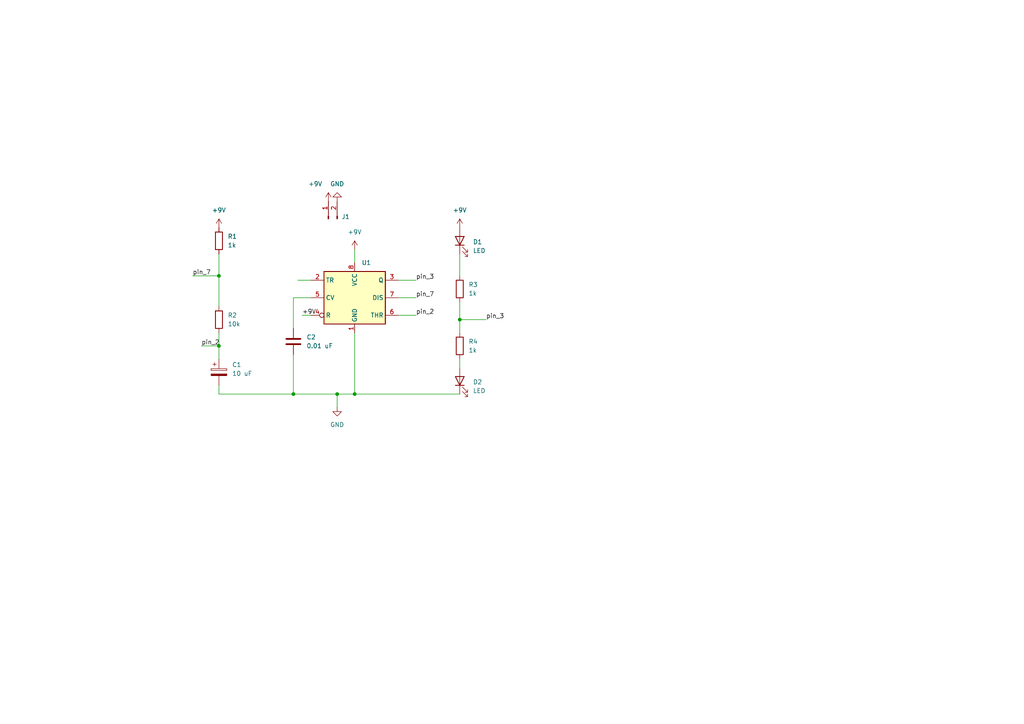
<source format=kicad_sch>
(kicad_sch (version 20211123) (generator eeschema)
  (paper "A4")
  (lib_symbols
    (symbol "Connector:Conn_01x02_Male" (pin_names (offset 1.016) hide)
      (property "Reference" "J" (at 0 2.54 0))
      (property "Value" "Conn_01x02_Male" (at 0 -5.08 0))
      (symbol "Conn_01x02_Male_1_1"
        (polyline (pts (xy 1.27 -2.54) (xy 0.8636 -2.54)) (stroke (width 0.1524)))
        (polyline (pts (xy 1.27 0) (xy 0.8636 0)) (stroke (width 0.1524)))
        (rectangle (start 0.8636 -2.413) (end 0 -2.667) (stroke (width 0.1524)) (fill (type outline)))
        (rectangle (start 0.8636 0.127) (end 0 -0.127) (stroke (width 0.1524)) (fill (type outline)))
        (pin passive line (at 5.08 0 180) (length 3.81) (name "Pin_1") (number "1"))
        (pin passive line (at 5.08 -2.54 180) (length 3.81) (name "Pin_2") (number "2"))
      )
    )
    (symbol "Device:C" (pin_numbers hide) (pin_names (offset 0.254))
      (property "Reference" "C" (at 0.635 2.54 0))
      (property "Value" "C" (at 0.635 -2.54 0))
      (symbol "C_0_1"
        (polyline (pts (xy -2.032 -0.762) (xy 2.032 -0.762)) (stroke (width 0.508)))
        (polyline (pts (xy -2.032 0.762) (xy 2.032 0.762)) (stroke (width 0.508)))
      )
      (symbol "C_1_1"
        (pin passive line (at 0 3.81 270) (length 2.794) (name "~") (number "1"))
        (pin passive line (at 0 -3.81 90) (length 2.794) (name "~") (number "2"))
      )
    )
    (symbol "Device:C_Polarized" (pin_numbers hide) (pin_names (offset 0.254))
      (property "Reference" "C" (at 0.635 2.54 0))
      (property "Value" "C_Polarized" (at 0.635 -2.54 0))
      (symbol "C_Polarized_0_1"
        (rectangle (start -2.286 0.508) (end 2.286 1.016))
        (polyline (pts (xy -1.778 2.286) (xy -0.762 2.286)))
        (polyline (pts (xy -1.27 2.794) (xy -1.27 1.778)))
        (rectangle (start 2.286 -0.508) (end -2.286 -1.016) (fill (type outline)))
      )
      (symbol "C_Polarized_1_1"
        (pin passive line (at 0 3.81 270) (length 2.794) (name "~") (number "1"))
        (pin passive line (at 0 -3.81 90) (length 2.794) (name "~") (number "2"))
      )
    )
    (symbol "Device:LED" (pin_numbers hide) (pin_names (offset 1.016) hide)
      (property "Reference" "D" (at 0 2.54 0))
      (property "Value" "LED" (at 0 -2.54 0))
      (symbol "LED_0_1"
        (polyline (pts (xy -1.27 -1.27) (xy -1.27 1.27)) (stroke (width 0.254)))
        (polyline (pts (xy -1.27 0) (xy 1.27 0)))
        (polyline (pts (xy 1.27 -1.27) (xy 1.27 1.27) (xy -1.27 0) (xy 1.27 -1.27)) (stroke (width 0.254)))
        (polyline (pts (xy -3.048 -0.762) (xy -4.572 -2.286) (xy -3.81 -2.286) (xy -4.572 -2.286) (xy -4.572 -1.524)))
        (polyline (pts (xy -1.778 -0.762) (xy -3.302 -2.286) (xy -2.54 -2.286) (xy -3.302 -2.286) (xy -3.302 -1.524)))
      )
      (symbol "LED_1_1"
        (pin passive line (at -3.81 0 0) (length 2.54) (name "K") (number "1"))
        (pin passive line (at 3.81 0 180) (length 2.54) (name "A") (number "2"))
      )
    )
    (symbol "Device:R" (pin_numbers hide) (pin_names (offset 0))
      (property "Reference" "R" (at 2.032 0 90))
      (property "Value" "R" (at 0 0 90))
      (symbol "R_0_1"
        (rectangle (start -1.016 -2.54) (end 1.016 2.54) (stroke (width 0.254)))
      )
      (symbol "R_1_1"
        (pin passive line (at 0 3.81 270) (length 1.27) (name "~") (number "1"))
        (pin passive line (at 0 -3.81 90) (length 1.27) (name "~") (number "2"))
      )
    )
    (symbol "Timer:NE555D"
      (property "Reference" "U" (at -10.16 8.89 0))
      (property "Value" "NE555D" (at 2.54 8.89 0))
      (symbol "NE555D_0_0"
        (pin power_in line (at 0 -10.16 90) (length 2.54) (name "GND") (number "1"))
        (pin power_in line (at 0 10.16 270) (length 2.54) (name "VCC") (number "8"))
      )
      (symbol "NE555D_0_1"
        (rectangle (start -8.89 -7.62) (end 8.89 7.62) (stroke (width 0.254)) (fill (type background)))
        (rectangle (start -8.89 -7.62) (end 8.89 7.62) (stroke (width 0.254)) (fill (type background)))
      )
      (symbol "NE555D_1_1"
        (pin input line (at -12.7 5.08 0) (length 3.81) (name "TR") (number "2"))
        (pin output line (at 12.7 5.08 180) (length 3.81) (name "Q") (number "3"))
        (pin input inverted (at -12.7 -5.08 0) (length 3.81) (name "R") (number "4"))
        (pin input line (at -12.7 0 0) (length 3.81) (name "CV") (number "5"))
        (pin input line (at 12.7 -5.08 180) (length 3.81) (name "THR") (number "6"))
        (pin input line (at 12.7 0 180) (length 3.81) (name "DIS") (number "7"))
      )
    )
    (symbol "power:+9V" (power) (pin_names (offset 0))
      (property "Value" "+9V" (at 0 3.556 0))
      (symbol "+9V_0_1"
        (polyline (pts (xy -0.762 1.27) (xy 0 2.54)))
        (polyline (pts (xy 0 0) (xy 0 2.54)))
        (polyline (pts (xy 0 2.54) (xy 0.762 1.27)))
      )
      (symbol "+9V_1_1"
        (pin power_in line (at 0 0 90) (length 0) hide (name "+9V") (number "1"))
      )
    )
    (symbol "power:GND" (power) (pin_names (offset 0))
      (property "Value" "GND" (at 0 -3.81 0))
      (symbol "GND_0_1"
        (polyline (pts (xy 0 0) (xy 0 -1.27) (xy 1.27 -1.27) (xy 0 -2.54) (xy -1.27 -1.27) (xy 0 -1.27)))
      )
      (symbol "GND_1_1"
        (pin power_in line (at 0 0 270) (length 0) hide (name "GND") (number "1"))
      )
    )
  )
  (junction (at 63.5 80.01))
  (junction (at 97.79 114.3))
  (junction (at 102.87 114.3))
  (junction (at 133.35 92.71))
  (junction (at 63.5 100.33))
  (junction (at 85.09 114.3))
  (wire (pts (xy 133.35 104.14) (xy 133.35 106.68)))
  (wire (pts (xy 86.36 81.28) (xy 90.17 81.28)))
  (wire (pts (xy 133.35 92.71) (xy 133.35 96.52)))
  (wire (pts (xy 87.63 91.44) (xy 90.17 91.44)))
  (wire (pts (xy 115.57 86.36) (xy 120.65 86.36)))
  (wire (pts (xy 55.88 80.01) (xy 63.5 80.01)))
  (wire (pts (xy 133.35 87.63) (xy 133.35 92.71)))
  (wire (pts (xy 63.5 100.33) (xy 63.5 104.14)))
  (wire (pts (xy 63.5 111.76) (xy 63.5 114.3)))
  (wire (pts (xy 63.5 80.01) (xy 63.5 88.9)))
  (wire (pts (xy 85.09 86.36) (xy 90.17 86.36)))
  (wire (pts (xy 133.35 92.71) (xy 140.97 92.71)))
  (wire (pts (xy 58.42 100.33) (xy 63.5 100.33)))
  (wire (pts (xy 102.87 114.3) (xy 133.35 114.3)))
  (wire (pts (xy 85.09 95.25) (xy 85.09 86.36)))
  (wire (pts (xy 85.09 114.3) (xy 97.79 114.3)))
  (wire (pts (xy 133.35 73.66) (xy 133.35 80.01)))
  (wire (pts (xy 97.79 114.3) (xy 102.87 114.3)))
  (wire (pts (xy 85.09 102.87) (xy 85.09 114.3)))
  (wire (pts (xy 102.87 72.39) (xy 102.87 76.2)))
  (wire (pts (xy 63.5 96.52) (xy 63.5 100.33)))
  (wire (pts (xy 102.87 96.52) (xy 102.87 114.3)))
  (wire (pts (xy 63.5 73.66) (xy 63.5 80.01)))
  (wire (pts (xy 115.57 91.44) (xy 120.65 91.44)))
  (wire (pts (xy 63.5 114.3) (xy 85.09 114.3)))
  (wire (pts (xy 97.79 114.3) (xy 97.79 118.11)))
  (wire (pts (xy 115.57 81.28) (xy 120.65 81.28)))
  (label "pin_7" (at 120.65 86.36 0))
  (label "pin_2" (at 58.42 100.33 0))
  (label "pin_2" (at 120.65 91.44 0))
  (label "pin_3" (at 120.65 81.28 0))
  (label "pin_7" (at 55.88 80.01 0))
  (label "pin_3" (at 140.97 92.71 0))
  (label "+9V" (at 87.63 91.44 0))
  (symbol (lib_id "Timer:NE555D") (at 102.87 86.36 0) (unit 1)
    (property "Reference" "U1" (at 104.8894 76.2 0) (effects (justify left)))
    (property "Value" "NE555D" (effects hide))
    (property "Footprint" "Package_SO:SOIC-8_3.9x4.9mm_P1.27mm" (effects hide))
    (property "Datasheet" "http://www.ti.com/lit/ds/symlink/ne555.pdf" (effects hide))
  )
  (symbol (lib_id "Device:C") (at 85.09 99.06 0) (unit 1)
    (property "Reference" "C2" (at 88.9 97.7899 0) (effects (justify left)))
    (property "Value" "0.01 uF" (at 88.9 100.3299 0) (effects (justify left)))
  )
  (symbol (lib_id "Device:R") (at 63.5 69.85 0) (unit 1)
    (property "Reference" "R1" (at 66.04 68.5799 0) (effects (justify left)))
    (property "Value" "1k" (at 66.04 71.1199 0) (effects (justify left)))
  )
  (symbol (lib_id "Device:R") (at 133.35 100.33 0) (unit 1)
    (property "Reference" "R4" (at 135.89 99.0599 0) (effects (justify left)))
    (property "Value" "1k" (at 135.89 101.5999 0) (effects (justify left)))
  )
  (symbol (lib_id "power:+9V") (at 95.25 58.42 0) (unit 1)
    (property "Reference" "#PWR?" (effects hide))
    (property "Value" "+9V" (at 91.44 53.34 0))
  )
  (symbol (lib_id "power:+9V") (at 133.35 66.04 0) (unit 1)
    (property "Reference" "#PWR?" (effects hide))
    (property "Value" "+9V" (at 133.35 60.96 0))
  )
  (symbol (lib_id "Device:R") (at 133.35 83.82 0) (unit 1)
    (property "Reference" "R3" (at 135.89 82.5499 0) (effects (justify left)))
    (property "Value" "1k" (at 135.89 85.0899 0) (effects (justify left)))
  )
  (symbol (lib_id "Device:LED") (at 133.35 69.85 90) (unit 1)
    (property "Reference" "D1" (at 137.16 70.1674 90) (effects (justify right)))
    (property "Value" "LED" (at 137.16 72.7074 90) (effects (justify right)))
  )
  (symbol (lib_id "power:GND") (at 97.79 58.42 180) (unit 1)
    (property "Reference" "#PWR?" (effects hide))
    (property "Value" "GND" (at 97.79 53.34 0))
  )
  (symbol (lib_id "Device:LED") (at 133.35 110.49 90) (unit 1)
    (property "Reference" "D2" (at 137.16 110.8074 90) (effects (justify right)))
    (property "Value" "LED" (at 137.16 113.3474 90) (effects (justify right)))
  )
  (symbol (lib_id "power:GND") (at 97.79 118.11 0) (unit 1)
    (property "Reference" "#PWR?" (effects hide))
    (property "Value" "GND" (at 97.79 123.19 0))
  )
  (symbol (lib_id "Device:C_Polarized") (at 63.5 107.95 0) (unit 1)
    (property "Reference" "C1" (at 67.31 105.7909 0) (effects (justify left)))
    (property "Value" "10 uF" (at 67.31 108.3309 0) (effects (justify left)))
  )
  (symbol (lib_id "Device:R") (at 63.5 92.71 0) (unit 1)
    (property "Reference" "R2" (at 66.04 91.4399 0) (effects (justify left)))
    (property "Value" "10k" (at 66.04 93.9799 0) (effects (justify left)))
  )
  (symbol (lib_id "Connector:Conn_01x02_Male") (at 95.25 63.5 90) (unit 1)
    (property "Reference" "J1" (at 99.06 62.8649 90) (effects (justify right)))
    (property "Value" "Conn_01x02_Male" (effects hide))
  )
  (symbol (lib_id "power:+9V") (at 102.87 72.39 0) (unit 1)
    (property "Reference" "#PWR?" (effects hide))
    (property "Value" "+9V" (at 102.87 67.31 0))
  )
  (symbol (lib_id "power:+9V") (at 63.5 66.04 0) (unit 1)
    (property "Reference" "#PWR?" (effects hide))
    (property "Value" "+9V" (at 63.5 60.96 0))
  )
)
</source>
